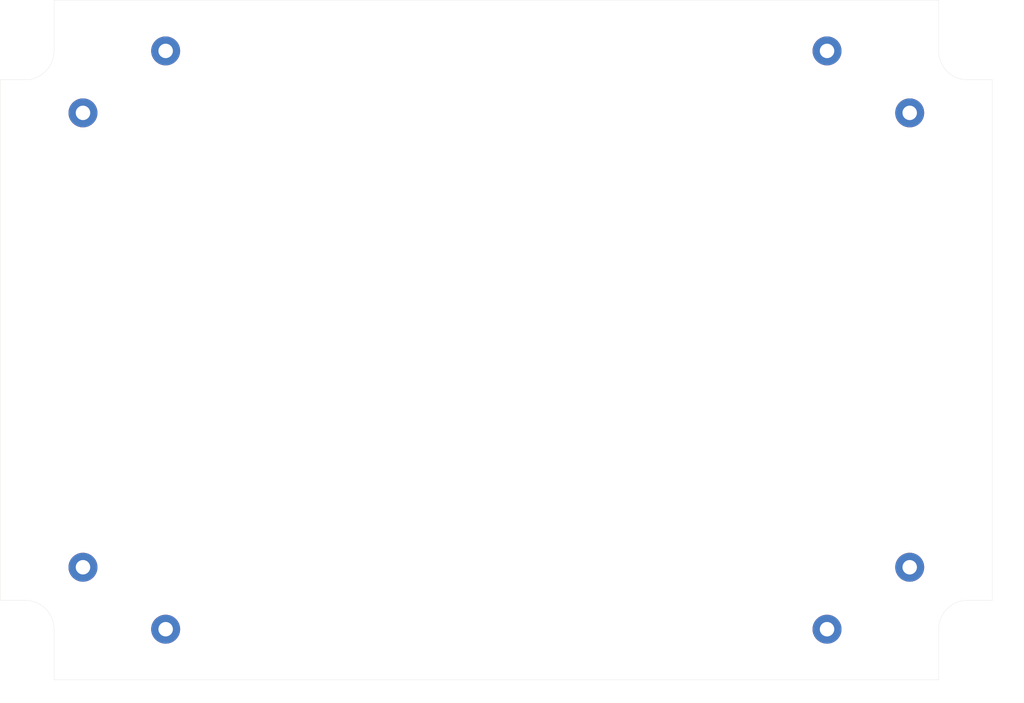
<source format=kicad_pcb>
(kicad_pcb (version 20171130) (host pcbnew "(5.1.4)-1")

  (general
    (thickness 1.6)
    (drawings 20)
    (tracks 0)
    (zones 0)
    (modules 8)
    (nets 1)
  )

  (page A3)
  (layers
    (0 F.Cu signal)
    (31 B.Cu signal)
    (32 B.Adhes user)
    (33 F.Adhes user)
    (34 B.Paste user)
    (35 F.Paste user)
    (36 B.SilkS user)
    (37 F.SilkS user)
    (38 B.Mask user)
    (39 F.Mask user)
    (40 Dwgs.User user)
    (41 Cmts.User user)
    (42 Eco1.User user)
    (43 Eco2.User user)
    (44 Edge.Cuts user)
    (45 Margin user)
    (46 B.CrtYd user)
    (47 F.CrtYd user)
    (48 B.Fab user)
    (49 F.Fab user)
  )

  (setup
    (last_trace_width 0.25)
    (trace_clearance 0.2)
    (zone_clearance 0.508)
    (zone_45_only no)
    (trace_min 0.2)
    (via_size 0.8)
    (via_drill 0.4)
    (via_min_size 0.4)
    (via_min_drill 0.3)
    (uvia_size 0.3)
    (uvia_drill 0.1)
    (uvias_allowed no)
    (uvia_min_size 0.2)
    (uvia_min_drill 0.1)
    (edge_width 0.05)
    (segment_width 0.2)
    (pcb_text_width 0.3)
    (pcb_text_size 1.5 1.5)
    (mod_edge_width 0.12)
    (mod_text_size 1 1)
    (mod_text_width 0.15)
    (pad_size 1.524 1.524)
    (pad_drill 0.762)
    (pad_to_mask_clearance 0.051)
    (solder_mask_min_width 0.25)
    (aux_axis_origin 15 179.5)
    (visible_elements 7FFFFFFF)
    (pcbplotparams
      (layerselection 0x010fc_ffffffff)
      (usegerberextensions false)
      (usegerberattributes false)
      (usegerberadvancedattributes false)
      (creategerberjobfile false)
      (excludeedgelayer true)
      (linewidth 0.100000)
      (plotframeref false)
      (viasonmask false)
      (mode 1)
      (useauxorigin false)
      (hpglpennumber 1)
      (hpglpenspeed 20)
      (hpglpendiameter 15.000000)
      (psnegative false)
      (psa4output false)
      (plotreference true)
      (plotvalue true)
      (plotinvisibletext false)
      (padsonsilk false)
      (subtractmaskfromsilk false)
      (outputformat 1)
      (mirror false)
      (drillshape 1)
      (scaleselection 1)
      (outputdirectory ""))
  )

  (net 0 "")

  (net_class Default "This is the default net class."
    (clearance 0.2)
    (trace_width 0.25)
    (via_dia 0.8)
    (via_drill 0.4)
    (uvia_dia 0.3)
    (uvia_drill 0.1)
  )

  (module MountingHole:MountingHole_3.5mm_Pad (layer F.Cu) (tedit 56D1B4CB) (tstamp 5D726732)
    (at 215 27.25)
    (descr "Mounting Hole 3.5mm")
    (tags "mounting hole 3.5mm")
    (attr virtual)
    (fp_text reference REF** (at 0 -4.5) (layer F.SilkS) hide
      (effects (font (size 1 1) (thickness 0.15)))
    )
    (fp_text value MountingHole_3.5mm_Pad (at 0 4.5) (layer F.Fab) hide
      (effects (font (size 1 1) (thickness 0.15)))
    )
    (fp_text user %R (at 0.3 0) (layer F.Fab)
      (effects (font (size 1 1) (thickness 0.15)))
    )
    (fp_circle (center 0 0) (end 3.5 0) (layer Cmts.User) (width 0.15))
    (fp_circle (center 0 0) (end 3.75 0) (layer F.CrtYd) (width 0.05))
    (pad 1 thru_hole circle (at 0 0) (size 7 7) (drill 3.5) (layers *.Cu *.Mask))
  )

  (module MountingHole:MountingHole_3.5mm_Pad (layer F.Cu) (tedit 56D1B4CB) (tstamp 5D7266EF)
    (at 35 152.25)
    (descr "Mounting Hole 3.5mm")
    (tags "mounting hole 3.5mm")
    (attr virtual)
    (fp_text reference REF** (at 0 -4.5) (layer F.SilkS) hide
      (effects (font (size 1 1) (thickness 0.15)))
    )
    (fp_text value MountingHole_3.5mm_Pad (at 0 4.5) (layer F.Fab) hide
      (effects (font (size 1 1) (thickness 0.15)))
    )
    (fp_circle (center 0 0) (end 3.75 0) (layer F.CrtYd) (width 0.05))
    (fp_circle (center 0 0) (end 3.5 0) (layer Cmts.User) (width 0.15))
    (fp_text user %R (at 0.3 0) (layer F.Fab)
      (effects (font (size 1 1) (thickness 0.15)))
    )
    (pad 1 thru_hole circle (at 0 0) (size 7 7) (drill 3.5) (layers *.Cu *.Mask))
  )

  (module MountingHole:MountingHole_3.5mm_Pad (layer F.Cu) (tedit 56D1B4CB) (tstamp 5D7266E0)
    (at 35 42.25)
    (descr "Mounting Hole 3.5mm")
    (tags "mounting hole 3.5mm")
    (attr virtual)
    (fp_text reference REF** (at 0 -4.5) (layer F.SilkS) hide
      (effects (font (size 1 1) (thickness 0.15)))
    )
    (fp_text value MountingHole_3.5mm_Pad (at 0 4.5) (layer F.Fab) hide
      (effects (font (size 1 1) (thickness 0.15)))
    )
    (fp_text user %R (at 0.3 0) (layer F.Fab)
      (effects (font (size 1 1) (thickness 0.15)))
    )
    (fp_circle (center 0 0) (end 3.5 0) (layer Cmts.User) (width 0.15))
    (fp_circle (center 0 0) (end 3.75 0) (layer F.CrtYd) (width 0.05))
    (pad 1 thru_hole circle (at 0 0) (size 7 7) (drill 3.5) (layers *.Cu *.Mask))
  )

  (module MountingHole:MountingHole_3.5mm_Pad (layer F.Cu) (tedit 56D1B4CB) (tstamp 5D7266D0)
    (at 235 42.25)
    (descr "Mounting Hole 3.5mm")
    (tags "mounting hole 3.5mm")
    (attr virtual)
    (fp_text reference REF** (at 0 -4.5) (layer F.SilkS) hide
      (effects (font (size 1 1) (thickness 0.15)))
    )
    (fp_text value MountingHole_3.5mm_Pad (at 0 4.5) (layer F.Fab) hide
      (effects (font (size 1 1) (thickness 0.15)))
    )
    (fp_circle (center 0 0) (end 3.75 0) (layer F.CrtYd) (width 0.05))
    (fp_circle (center 0 0) (end 3.5 0) (layer Cmts.User) (width 0.15))
    (fp_text user %R (at 0.3 0) (layer F.Fab)
      (effects (font (size 1 1) (thickness 0.15)))
    )
    (pad 1 thru_hole circle (at 0 0) (size 7 7) (drill 3.5) (layers *.Cu *.Mask))
  )

  (module MountingHole:MountingHole_3.5mm_Pad (layer F.Cu) (tedit 56D1B4CB) (tstamp 5D722C4E)
    (at 235 152.25)
    (descr "Mounting Hole 3.5mm")
    (tags "mounting hole 3.5mm")
    (attr virtual)
    (fp_text reference REF** (at 0 -4.5) (layer F.SilkS) hide
      (effects (font (size 1 1) (thickness 0.15)))
    )
    (fp_text value MountingHole_3.5mm_Pad (at 0 4.5) (layer F.Fab) hide
      (effects (font (size 1 1) (thickness 0.15)))
    )
    (fp_text user %R (at 0.3 0) (layer F.Fab)
      (effects (font (size 1 1) (thickness 0.15)))
    )
    (fp_circle (center 0 0) (end 3.5 0) (layer Cmts.User) (width 0.15))
    (fp_circle (center 0 0) (end 3.75 0) (layer F.CrtYd) (width 0.05))
    (pad 1 thru_hole circle (at 0 0) (size 7 7) (drill 3.5) (layers *.Cu *.Mask))
  )

  (module MountingHole:MountingHole_3.5mm_Pad (layer F.Cu) (tedit 56D1B4CB) (tstamp 5D722C40)
    (at 55 27.25)
    (descr "Mounting Hole 3.5mm")
    (tags "mounting hole 3.5mm")
    (attr virtual)
    (fp_text reference REF** (at 0 -4.5) (layer F.SilkS) hide
      (effects (font (size 1 1) (thickness 0.15)))
    )
    (fp_text value MountingHole_3.5mm_Pad (at 0 4.5) (layer F.Fab) hide
      (effects (font (size 1 1) (thickness 0.15)))
    )
    (fp_circle (center 0 0) (end 3.75 0) (layer F.CrtYd) (width 0.05))
    (fp_circle (center 0 0) (end 3.5 0) (layer Cmts.User) (width 0.15))
    (fp_text user %R (at 0.3 0) (layer F.Fab)
      (effects (font (size 1 1) (thickness 0.15)))
    )
    (pad 1 thru_hole circle (at 0 0) (size 7 7) (drill 3.5) (layers *.Cu *.Mask))
  )

  (module MountingHole:MountingHole_3.5mm_Pad (layer F.Cu) (tedit 56D1B4CB) (tstamp 5D722C32)
    (at 55 167.25)
    (descr "Mounting Hole 3.5mm")
    (tags "mounting hole 3.5mm")
    (attr virtual)
    (fp_text reference REF** (at 0 -4.5) (layer F.SilkS) hide
      (effects (font (size 1 1) (thickness 0.15)))
    )
    (fp_text value MountingHole_3.5mm_Pad (at 0 4.5) (layer F.Fab) hide
      (effects (font (size 1 1) (thickness 0.15)))
    )
    (fp_text user %R (at 0.3 0) (layer F.Fab)
      (effects (font (size 1 1) (thickness 0.15)))
    )
    (fp_circle (center 0 0) (end 3.5 0) (layer Cmts.User) (width 0.15))
    (fp_circle (center 0 0) (end 3.75 0) (layer F.CrtYd) (width 0.05))
    (pad 1 thru_hole circle (at 0 0) (size 7 7) (drill 3.5) (layers *.Cu *.Mask))
  )

  (module MountingHole:MountingHole_3.5mm_Pad (layer F.Cu) (tedit 56D1B4CB) (tstamp 5D722BFE)
    (at 215 167.25)
    (descr "Mounting Hole 3.5mm")
    (tags "mounting hole 3.5mm")
    (attr virtual)
    (fp_text reference REF** (at 0 -4.5) (layer F.SilkS) hide
      (effects (font (size 1 1) (thickness 0.15)))
    )
    (fp_text value MountingHole_3.5mm_Pad (at 0 4.5) (layer F.Fab) hide
      (effects (font (size 1 1) (thickness 0.15)))
    )
    (fp_circle (center 0 0) (end 3.75 0) (layer F.CrtYd) (width 0.05))
    (fp_circle (center 0 0) (end 3.5 0) (layer Cmts.User) (width 0.15))
    (fp_text user %R (at 0.3 0) (layer F.Fab)
      (effects (font (size 1 1) (thickness 0.15)))
    )
    (pad 1 thru_hole circle (at 0 0) (size 7 7) (drill 3.5) (layers *.Cu *.Mask))
  )

  (gr_line (start 15 160.25) (end 21 160.25) (layer Edge.Cuts) (width 0.05) (tstamp 5D72666D))
  (gr_line (start 28 167.25) (end 28 179.5) (layer Edge.Cuts) (width 0.05) (tstamp 5D726669))
  (gr_line (start 242 179.5) (end 242 167.25) (layer Edge.Cuts) (width 0.05) (tstamp 5D726661))
  (gr_line (start 249 160.25) (end 255 160.25) (layer Edge.Cuts) (width 0.05) (tstamp 5D72665D))
  (gr_line (start 249 34.25) (end 255 34.25) (layer Edge.Cuts) (width 0.05) (tstamp 5D726656))
  (gr_line (start 242 15) (end 242 27.25) (layer Edge.Cuts) (width 0.05) (tstamp 5D72664C))
  (gr_line (start 28 27.25) (end 28 15) (layer Edge.Cuts) (width 0.05) (tstamp 5D726643))
  (gr_line (start 15 34.25) (end 21 34.25) (layer Edge.Cuts) (width 0.05) (tstamp 5D72663D))
  (gr_arc (start 21 167.25) (end 28 167.25) (angle -90) (layer Edge.Cuts) (width 0.05) (tstamp 5D72660E))
  (gr_arc (start 21 27.25) (end 21 34.25) (angle -90) (layer Edge.Cuts) (width 0.05) (tstamp 5D726604))
  (gr_arc (start 249 27.25) (end 242 27.25) (angle -90) (layer Edge.Cuts) (width 0.05) (tstamp 5D7265F8))
  (gr_arc (start 249 167.25) (end 249 160.25) (angle -90) (layer Edge.Cuts) (width 0.05))
  (dimension 240 (width 0.15) (layer Dwgs.User)
    (gr_text "240.000 mm" (at 135 185.8) (layer Dwgs.User)
      (effects (font (size 1 1) (thickness 0.15)))
    )
    (feature1 (pts (xy 15 179.5) (xy 15 185.086421)))
    (feature2 (pts (xy 255 179.5) (xy 255 185.086421)))
    (crossbar (pts (xy 255 184.5) (xy 15 184.5)))
    (arrow1a (pts (xy 15 184.5) (xy 16.126504 183.913579)))
    (arrow1b (pts (xy 15 184.5) (xy 16.126504 185.086421)))
    (arrow2a (pts (xy 255 184.5) (xy 253.873496 183.913579)))
    (arrow2b (pts (xy 255 184.5) (xy 253.873496 185.086421)))
  )
  (dimension 164.5 (width 0.15) (layer Dwgs.User)
    (gr_text "164.500 mm" (at 261.3 97.25 270) (layer Dwgs.User)
      (effects (font (size 1 1) (thickness 0.15)))
    )
    (feature1 (pts (xy 255 179.5) (xy 260.586421 179.5)))
    (feature2 (pts (xy 255 15) (xy 260.586421 15)))
    (crossbar (pts (xy 260 15) (xy 260 179.5)))
    (arrow1a (pts (xy 260 179.5) (xy 259.413579 178.373496)))
    (arrow1b (pts (xy 260 179.5) (xy 260.586421 178.373496)))
    (arrow2a (pts (xy 260 15) (xy 259.413579 16.126504)))
    (arrow2b (pts (xy 260 15) (xy 260.586421 16.126504)))
  )
  (gr_line (start 15 97.25) (end 255 97.25) (layer Dwgs.User) (width 0.15))
  (gr_line (start 135 15) (end 135 179.5) (layer Dwgs.User) (width 0.15))
  (gr_line (start 255 34.25) (end 255 160.25) (layer Edge.Cuts) (width 0.05))
  (gr_line (start 15 34.25) (end 15 160.25) (layer Edge.Cuts) (width 0.05))
  (gr_line (start 28 179.5) (end 242 179.5) (layer Edge.Cuts) (width 0.05) (tstamp 5D722B58))
  (gr_line (start 28 15) (end 242 15) (layer Edge.Cuts) (width 0.05))

)

</source>
